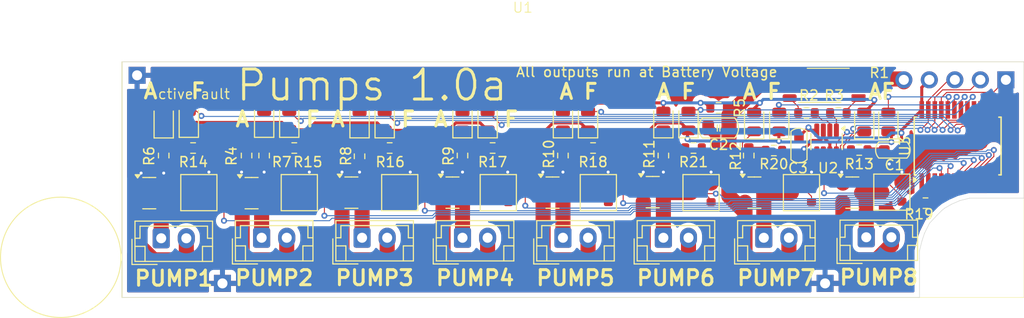
<source format=kicad_pcb>
(kicad_pcb
	(version 20241229)
	(generator "pcbnew")
	(generator_version "9.0")
	(general
		(thickness 1.6)
		(legacy_teardrops no)
	)
	(paper "A4")
	(layers
		(0 "F.Cu" signal)
		(2 "B.Cu" signal)
		(9 "F.Adhes" user "F.Adhesive")
		(11 "B.Adhes" user "B.Adhesive")
		(13 "F.Paste" user)
		(15 "B.Paste" user)
		(5 "F.SilkS" user "F.Silkscreen")
		(7 "B.SilkS" user "B.Silkscreen")
		(1 "F.Mask" user)
		(3 "B.Mask" user)
		(17 "Dwgs.User" user "User.Drawings")
		(19 "Cmts.User" user "User.Comments")
		(21 "Eco1.User" user "User.Eco1")
		(23 "Eco2.User" user "User.Eco2")
		(25 "Edge.Cuts" user)
		(27 "Margin" user)
		(31 "F.CrtYd" user "F.Courtyard")
		(29 "B.CrtYd" user "B.Courtyard")
		(35 "F.Fab" user)
		(33 "B.Fab" user)
		(39 "User.1" user)
		(41 "User.2" user)
		(43 "User.3" user)
		(45 "User.4" user)
	)
	(setup
		(pad_to_mask_clearance 0)
		(allow_soldermask_bridges_in_footprints no)
		(tenting front back)
		(pcbplotparams
			(layerselection 0x00000000_00000000_55555555_5755f5ff)
			(plot_on_all_layers_selection 0x00000000_00000000_00000000_00000000)
			(disableapertmacros no)
			(usegerberextensions no)
			(usegerberattributes yes)
			(usegerberadvancedattributes yes)
			(creategerberjobfile yes)
			(dashed_line_dash_ratio 12.000000)
			(dashed_line_gap_ratio 3.000000)
			(svgprecision 4)
			(plotframeref no)
			(mode 1)
			(useauxorigin no)
			(hpglpennumber 1)
			(hpglpenspeed 20)
			(hpglpendiameter 15.000000)
			(pdf_front_fp_property_popups yes)
			(pdf_back_fp_property_popups yes)
			(pdf_metadata yes)
			(pdf_single_document no)
			(dxfpolygonmode yes)
			(dxfimperialunits yes)
			(dxfusepcbnewfont yes)
			(psnegative no)
			(psa4output no)
			(plot_black_and_white yes)
			(sketchpadsonfab no)
			(plotpadnumbers no)
			(hidednponfab no)
			(sketchdnponfab yes)
			(crossoutdnponfab yes)
			(subtractmaskfromsilk no)
			(outputformat 1)
			(mirror no)
			(drillshape 1)
			(scaleselection 1)
			(outputdirectory "")
		)
	)
	(net 0 "")
	(net 1 "GND")
	(net 2 "Net-(PUMP2-Pin_1)")
	(net 3 "VBAT")
	(net 4 "Net-(PUMP3-Pin_1)")
	(net 5 "Net-(PUMP4-Pin_1)")
	(net 6 "Net-(PUMP1-Pin_1)")
	(net 7 "Net-(PUMP5-Pin_1)")
	(net 8 "Net-(PUMP6-Pin_1)")
	(net 9 "Net-(PUMP7-Pin_1)")
	(net 10 "Net-(PUMP8-Pin_1)")
	(net 11 "5K_VBAT")
	(net 12 "Net-(P_FAULT1-K)")
	(net 13 "Net-(P_FAULT1-A)")
	(net 14 "Net-(P_FAULT2-A)")
	(net 15 "Net-(P_FAULT3-A)")
	(net 16 "Net-(P_FAULT4-A)")
	(net 17 "Net-(P_FAULT5-A)")
	(net 18 "Net-(P_FAULT6-A)")
	(net 19 "Net-(P_FAULT7-A)")
	(net 20 "Net-(P_FAULT8-A)")
	(net 21 "Net-(Q5-G)")
	(net 22 "PUMP1")
	(net 23 "Net-(Q7-G)")
	(net 24 "PUMP3")
	(net 25 "Net-(Q8-G)")
	(net 26 "PUMP4")
	(net 27 "PUMP5")
	(net 28 "PUMP6")
	(net 29 "PUMP7")
	(net 30 "PUMP8")
	(net 31 "PUMP2")
	(net 32 "3_3V")
	(net 33 "SDA")
	(net 34 "SCL")
	(net 35 "Net-(Q1-G)")
	(net 36 "Net-(Q2-G)")
	(net 37 "Net-(Q3-G)")
	(net 38 "Net-(Q4-G)")
	(net 39 "Net-(Q6-G)")
	(net 40 "Net-(R1-Pad3)")
	(net 41 "VCC")
	(net 42 "Net-(R1-Pad2)")
	(net 43 "Net-(U2-IN-)")
	(net 44 "Net-(U2-IN+)")
	(net 45 "unconnected-(U3-~{INT}-Pad1)")
	(footprint "Resistor_SMD:R_0603_1608Metric" (layer "F.Cu") (at 131.75 86 180))
	(footprint "PCM_Package_TO_SOT_SMD_AKL:SOT-23" (layer "F.Cu") (at 132.75 90.45 180))
	(footprint "PCM_Package_TO_SOT_SMD_AKL:SOT-23" (layer "F.Cu") (at 152.525 90.45 180))
	(footprint "PCM_Package_TO_SOT_SMD_AKL:SOT-23" (layer "F.Cu") (at 112.75 90.45 180))
	(footprint "Connector_JST:JST_EH_B2B-EH-A_1x02_P2.50mm_Vertical" (layer "F.Cu") (at 179.2 94.9))
	(footprint "Connector_JST:JST_EH_B2B-EH-A_1x02_P2.50mm_Vertical" (layer "F.Cu") (at 169 94.95))
	(footprint "PCM_Package_TO_SOT_SMD_AKL:SOT-23" (layer "F.Cu") (at 162.75 90.45 180))
	(footprint "Resistor_SMD:R_0603_1608Metric" (layer "F.Cu") (at 185.1 91.5 180))
	(footprint "Resistor_SMD:R_0603_1608Metric" (layer "F.Cu") (at 149 86.75 -90))
	(footprint "LED_SMD:LED_0805_2012Metric" (layer "F.Cu") (at 151.5 83.3 90))
	(footprint "Resistor_SMD:R_0603_1608Metric" (layer "F.Cu") (at 159 86.75 -90))
	(footprint "LED_SMD:LED_0805_2012Metric" (layer "F.Cu") (at 159 83.3 90))
	(footprint "Resistor_SMD:R_0603_1608Metric" (layer "F.Cu") (at 162 86 180))
	(footprint "LED_SMD:LED_0805_2012Metric" (layer "F.Cu") (at 119.25 83.25 90))
	(footprint "Resistor_SMD:R_0603_1608Metric" (layer "F.Cu") (at 112.175 86 180))
	(footprint "Resistor_SMD:R_0603_1608Metric" (layer "F.Cu") (at 119.25 86.75 -90))
	(footprint "LED_SMD:LED_0805_2012Metric" (layer "F.Cu") (at 141.5 83.3 90))
	(footprint "Resistor_SMD:R_0603_1608Metric" (layer "F.Cu") (at 167.5 86.75 -90))
	(footprint "PCM_Package_TO_SOT_SMD_AKL:SOT-23" (layer "F.Cu") (at 142.5625 90.45 180))
	(footprint "LED_SMD:LED_0805_2012Metric" (layer "F.Cu") (at 149 83.3 90))
	(footprint "PCM_Capacitor_SMD_Handsoldering_AKL:C_0603_1608Metric_Pad1.08x0.95mm" (layer "F.Cu") (at 172.5 85.75 90))
	(footprint "Package_TO_SOT_SMD:SOT-23-8" (layer "F.Cu") (at 175.25 85.3625 -90))
	(footprint "LED_SMD:LED_0805_2012Metric" (layer "F.Cu") (at 179 83.4 90))
	(footprint "LED_SMD:LED_0805_2012Metric" (layer "F.Cu") (at 109.25 83.3125 90))
	(footprint "Modules:PumpModule" (layer "F.Cu") (at 145.1 72.5))
	(footprint "Package_SO:SSOP-24_5.3x8.2mm_P0.65mm" (layer "F.Cu") (at 188.3 85.8 90))
	(footprint "board:R_Shunt_Vishay_WSK2512_6332Metric_T1.19mm" (layer "F.Cu") (at 175 79.75 180))
	(footprint "Connector_JST:JST_EH_B2B-EH-A_1x02_P2.50mm_Vertical" (layer "F.Cu") (at 149 94.95))
	(footprint "LED_SMD:LED_0805_2012Metric" (layer "F.Cu") (at 128.75 83.3 90))
	(footprint "Resistor_SMD:R_0603_1608Metric" (layer "F.Cu") (at 170 86.25 180))
	(footprint "LED_SMD:LED_0805_2012Metric" (layer "F.Cu") (at 170.5375 83.4 90))
	(footprint "Connector_JST:JST_EH_B2B-EH-A_1x02_P2.50mm_Vertical" (layer "F.Cu") (at 159 94.95))
	(footprint "PCM_Capacitor_SMD_Handsoldering_AKL:C_0805_2012Metric_Pad1.18x1.45mm" (layer "F.Cu") (at 164.5 84 180))
	(footprint "Resistor_SMD:R_0603_1608Metric" (layer "F.Cu") (at 176.425 82.5 180))
	(footprint "Resistor_SMD:R_0603_1608Metric" (layer "F.Cu") (at 173.25 82.5 180))
	(footprint "LED_SMD:LED_0805_2012Metric" (layer "F.Cu") (at 168.0375 83.4 90))
	(footprint "PCM_Package_TO_SOT_SMD_AKL:SOT-23" (layer "F.Cu") (at 122.75 90.45 180))
	(footprint "LED_SMD:LED_0805_2012Metric"
		(layer "F.Cu")
		(uuid "90191154-05f8-436f-8852-91848b40c7b4")
		(at 121.75 83.25 90)
		(descr "LED SMD 0805 (2012 Metric), square (rectangular) end terminal, IPC_7351 nominal, (Body size source: https://docs.google.com/spreadsheets/d/1BsfQQcO9C6DZCsRaXUlFlo91Tg2WpOkGARC1WS5S8t0/edit?usp=sharing), generated with kicad-footprint-generator")
		(tags "LED")
		(property "Reference" "P_FAULT2"
			(at 0 -1.65 90)
			(layer "F.SilkS")
			(hide yes)
			(uuid "eaf20928-f357-4f59-8f04-dc2b0cf3d3ce")
			(effects
				(font
					(size 1 1)
					(thickness 0.15)
				)
			)
		)
		(property "Value" "RED"
			(at 0 1.65 90)
			(layer "F.Fab")
			(uuid "159fb85c-eb64-485e-9f98-01ea09c56c73")
			(effects
				(font
					(size 1 1)
					(thickness 0.15)
				)
			)
		)
		(property "Datasheet" ""
			(at 0 0 90)
			(unlocked yes)
			(layer "F.Fab")
			(hide y
... [364984 chars truncated]
</source>
